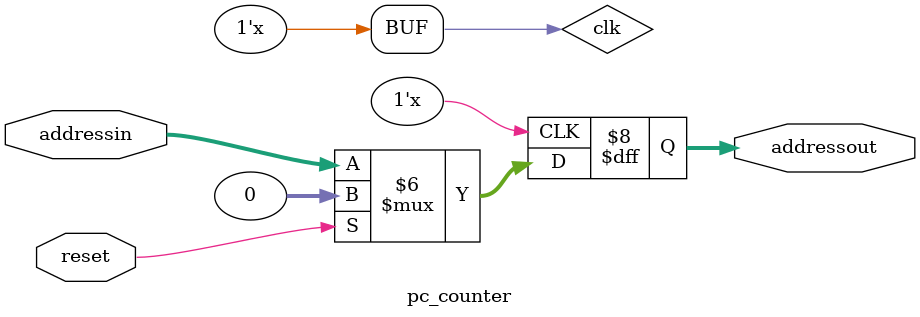
<source format=v>
module pc_counter(addressin,addressout,reset);
input [31:0] addressin;
output [31:0] addressout;
reg [31:0]  addressout;	 
input reset;			 
reg clk;


always @(posedge clk ) begin
	if(reset) addressout <= 32'b0;
	else addressout <= addressin; 		
 // to initialize the pc
	end	

always begin
     #800 clk = ~clk;
end
initial begin
	clk = 1'b0;	
end
	
endmodule










</source>
